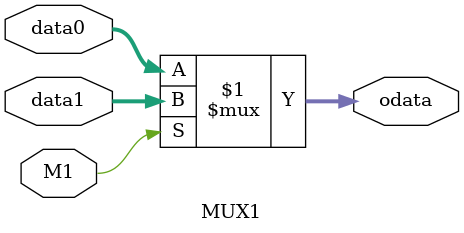
<source format=v>
`timescale 1ns / 1ps


module MUX1(
input [31:0]data0,data1,
input M1,
output [31:0]odata
    );
    assign odata=M1?data1:data0;
endmodule

</source>
